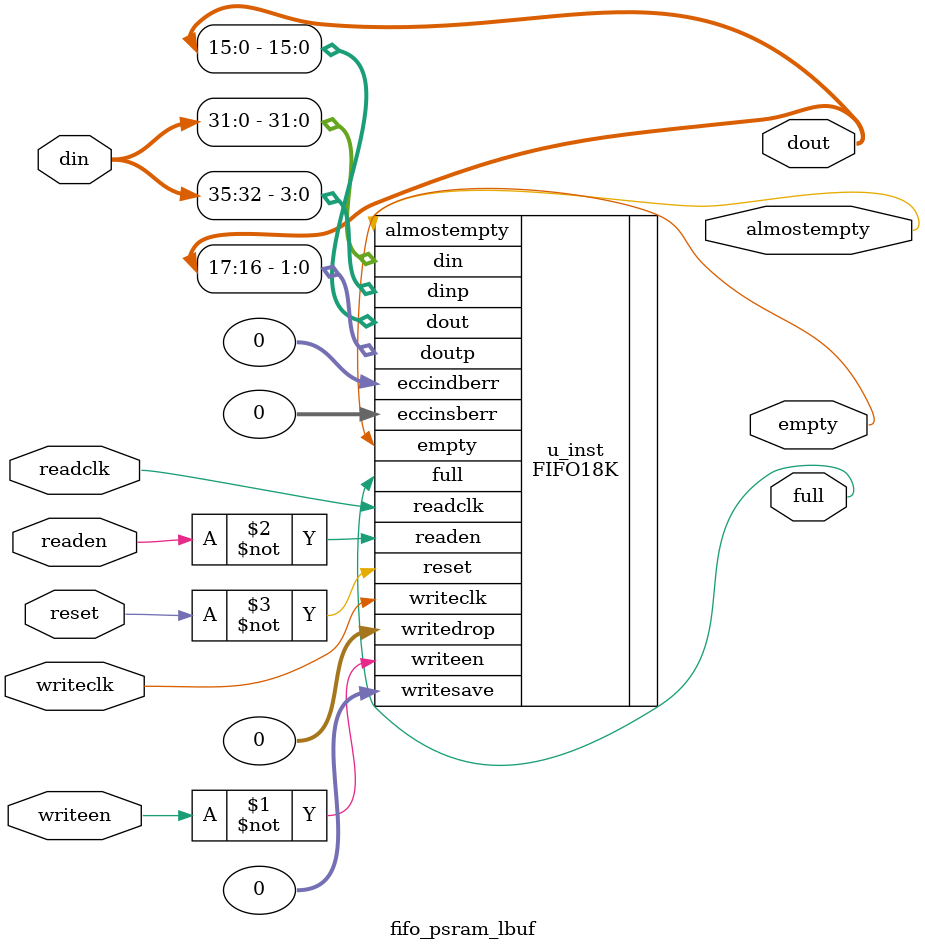
<source format=v>

module fifo_psram_lbuf(
    dout,
    din,
    writeclk,
    readclk,
    writeen,
    readen,
    reset,
    full,
    empty,
    almostempty
);

output [17:0] dout;
input [35:0] din;
input writeclk;
input readclk;
input writeen;
input readen;
input reset;
output full;
output empty;
output almostempty;

FIFO18K #(
        .almostemptyth (10'b0000111100),
        .almostfullth (9'b000000010),
        .writewidth (36),
        .readwidth (18),
        .outreg (1'b0),
        .peek (1'b0),
        .readclk_inv (1'b0),
        .writeclk_inv (1'b0),
        .use_parity (1'b1)
)
u_inst (
        .dout (dout[15:0]),
        .doutp (dout[17:16]),
        .din (din[31:0]),
        .dinp (din[35:32]),
        .writeclk (writeclk),
        .readclk (readclk),
        .writeen (~writeen),
        .readen (~readen),
        .reset (~reset),
        .full (full),
        .empty (empty),
        .almostempty (almostempty),
        .writesave (0),
        .writedrop (0),
        .eccindberr (0),
        .eccinsberr (0)
);

endmodule

// ============================================================
//                  fifo Setting
//
// Warning: This part is read by Fuxi, please don't modify it.
// ============================================================
// Device          : H1D03N0L144C7
// Module          : fifo_psram_lbuf
// IP core         : fifo
// IP Version      : 2

// AlmostEmpty     : true
// AlmostFull      : false
// EmptyAssert     : 6
// EmptyNegate     : 4
// EmptySingle     : 60
// EmptyType       : 1
// FifoType        : hardware
// FullAssert      : 3
// FullNegate      : 2
// FullSingle      : 2
// FullType        : 0
// Fwft            : false
// OverFlow        : false
// PeekMode        : false
// ReadAck         : false
// ReadAddrWidth   : 10
// ReadClr         : false
// ReadCnt         : false
// ReadDataWidth   : 18
// Regout          : false
// RegoutEn        : false
// Simulation Files: 
// Synthesis Files : 
// UnderFlow       : false
// UseHardWare     : true
// WorkMode        : true
// WriteAck        : false
// WriteAddrWidth  : 9
// WriteClr        : false
// WriteCnt        : false
// WriteDataWidth  : 36
// WriteDrop       : false

</source>
